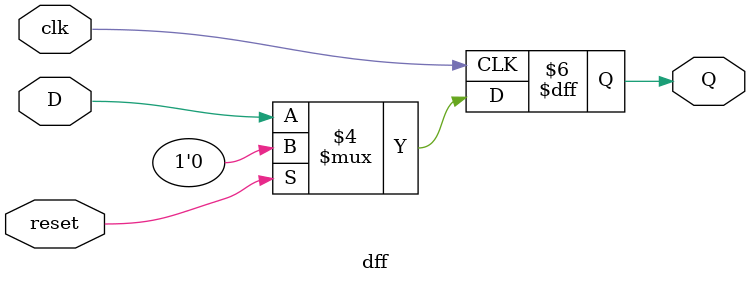
<source format=v>
module dff(reset, clk,D,Q);
input reset, clk, D;
output reg Q;
always @(posedge clk) begin
  if (reset == 1'b1) begin
      Q <= 1'b0;
  end
  else begin
    Q <= D;
  end
end
endmodule
</source>
